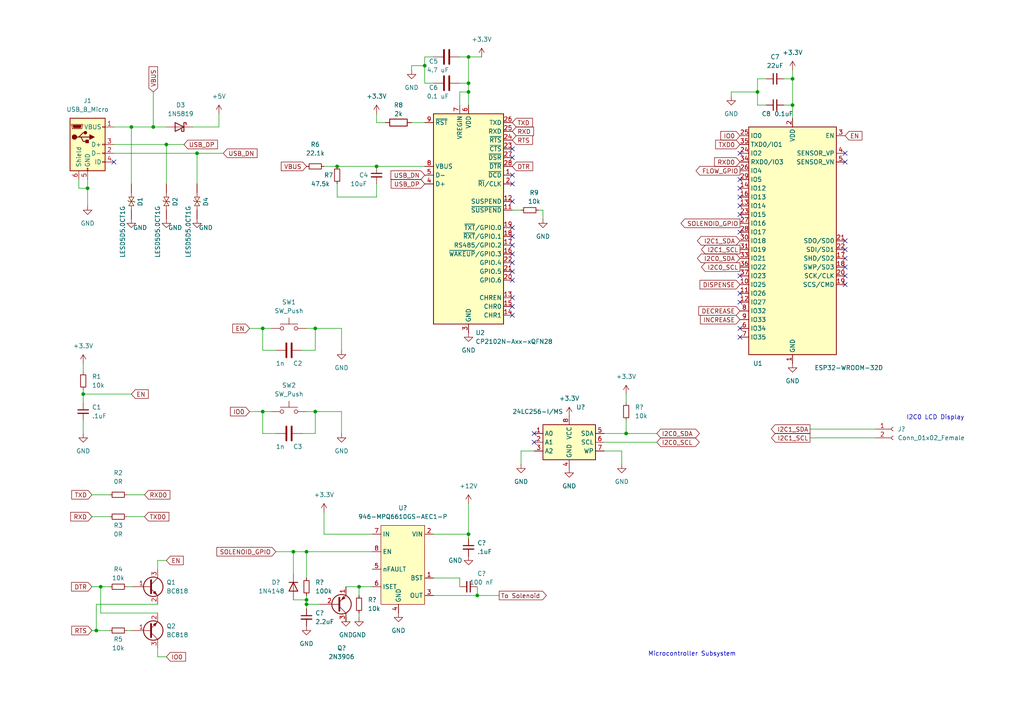
<source format=kicad_sch>
(kicad_sch (version 20211123) (generator eeschema)
  (paper "A4")
  (lib_symbols
    (symbol "Connector:Conn_01x02_Female" (pin_names (offset 1.016) hide)
      (property "Reference" "J" (at 0 2.54 0))
      (property "Value" "Conn_01x02_Female" (at 0 -5.08 0))
      (symbol "Conn_01x02_Female_1_1"
        (arc (start 0 -2.032) (mid -0.508 -2.54) (end 0 -3.048) (stroke (width 0.1524)))
        (polyline (pts (xy -1.27 -2.54) (xy -0.508 -2.54)) (stroke (width 0.1524)))
        (polyline (pts (xy -1.27 0) (xy -0.508 0)) (stroke (width 0.1524)))
        (arc (start 0 0.508) (mid -0.508 0) (end 0 -0.508) (stroke (width 0.1524)))
        (pin passive line (at -5.08 0 0) (length 3.81) (name "Pin_1") (number "1"))
        (pin passive line (at -5.08 -2.54 0) (length 3.81) (name "Pin_2") (number "2"))
      )
    )
    (symbol "Connector:USB_B_Micro" (pin_names (offset 1.016))
      (property "Reference" "J" (at -5.08 11.43 0))
      (property "Value" "USB_B_Micro" (at -5.08 8.89 0))
      (symbol "USB_B_Micro_0_1"
        (rectangle (start -5.08 -7.62) (end 5.08 7.62) (stroke (width 0.254)) (fill (type background)))
        (circle (center -3.81 2.159) (radius 0.635) (stroke (width 0.254)) (fill (type outline)))
        (circle (center -0.635 3.429) (radius 0.381) (stroke (width 0.254)) (fill (type outline)))
        (rectangle (start -0.127 -7.62) (end 0.127 -6.858))
        (polyline (pts (xy -1.905 2.159) (xy 0.635 2.159)) (stroke (width 0.254)))
        (polyline (pts (xy -3.175 2.159) (xy -2.54 2.159) (xy -1.27 3.429) (xy -0.635 3.429)) (stroke (width 0.254)))
        (polyline (pts (xy -2.54 2.159) (xy -1.905 2.159) (xy -1.27 0.889) (xy 0 0.889)) (stroke (width 0.254)))
        (polyline (pts (xy 0.635 2.794) (xy 0.635 1.524) (xy 1.905 2.159) (xy 0.635 2.794)) (stroke (width 0.254)) (fill (type outline)))
        (polyline (pts (xy -4.318 5.588) (xy -1.778 5.588) (xy -2.032 4.826) (xy -4.064 4.826) (xy -4.318 5.588)) (fill (type outline)))
        (polyline (pts (xy -4.699 5.842) (xy -4.699 5.588) (xy -4.445 4.826) (xy -4.445 4.572) (xy -1.651 4.572) (xy -1.651 4.826) (xy -1.397 5.588) (xy -1.397 5.842) (xy -4.699 5.842)))
        (rectangle (start 0.254 1.27) (end -0.508 0.508) (stroke (width 0.254)) (fill (type outline)))
        (rectangle (start 5.08 -5.207) (end 4.318 -4.953))
        (rectangle (start 5.08 -2.667) (end 4.318 -2.413))
        (rectangle (start 5.08 -0.127) (end 4.318 0.127))
        (rectangle (start 5.08 4.953) (end 4.318 5.207))
      )
      (symbol "USB_B_Micro_1_1"
        (pin power_out line (at 7.62 5.08 180) (length 2.54) (name "VBUS") (number "1"))
        (pin bidirectional line (at 7.62 -2.54 180) (length 2.54) (name "D-") (number "2"))
        (pin bidirectional line (at 7.62 0 180) (length 2.54) (name "D+") (number "3"))
        (pin passive line (at 7.62 -5.08 180) (length 2.54) (name "ID") (number "4"))
        (pin power_out line (at 0 -10.16 90) (length 2.54) (name "GND") (number "5"))
        (pin passive line (at -2.54 -10.16 90) (length 2.54) (name "Shield") (number "6"))
      )
    )
    (symbol "Device:C" (pin_numbers hide) (pin_names (offset 0.254))
      (property "Reference" "C" (at 0.635 2.54 0))
      (property "Value" "C" (at 0.635 -2.54 0))
      (symbol "C_0_1"
        (polyline (pts (xy -2.032 -0.762) (xy 2.032 -0.762)) (stroke (width 0.508)))
        (polyline (pts (xy -2.032 0.762) (xy 2.032 0.762)) (stroke (width 0.508)))
      )
      (symbol "C_1_1"
        (pin passive line (at 0 3.81 270) (length 2.794) (name "~") (number "1"))
        (pin passive line (at 0 -3.81 90) (length 2.794) (name "~") (number "2"))
      )
    )
    (symbol "Device:C_Small" (pin_numbers hide) (pin_names (offset 0.254) hide)
      (property "Reference" "C" (at 0.254 1.778 0))
      (property "Value" "C_Small" (at 0.254 -2.032 0))
      (symbol "C_Small_0_1"
        (polyline (pts (xy -1.524 -0.508) (xy 1.524 -0.508)) (stroke (width 0.3302)))
        (polyline (pts (xy -1.524 0.508) (xy 1.524 0.508)) (stroke (width 0.3048)))
      )
      (symbol "C_Small_1_1"
        (pin passive line (at 0 2.54 270) (length 2.032) (name "~") (number "1"))
        (pin passive line (at 0 -2.54 90) (length 2.032) (name "~") (number "2"))
      )
    )
    (symbol "Device:R" (pin_numbers hide) (pin_names (offset 0))
      (property "Reference" "R" (at 2.032 0 90))
      (property "Value" "R" (at 0 0 90))
      (symbol "R_0_1"
        (rectangle (start -1.016 -2.54) (end 1.016 2.54) (stroke (width 0.254)))
      )
      (symbol "R_1_1"
        (pin passive line (at 0 3.81 270) (length 1.27) (name "~") (number "1"))
        (pin passive line (at 0 -3.81 90) (length 1.27) (name "~") (number "2"))
      )
    )
    (symbol "Device:R_Small" (pin_numbers hide) (pin_names (offset 0.254) hide)
      (property "Reference" "R" (at 0.762 0.508 0))
      (property "Value" "R_Small" (at 0.762 -1.016 0))
      (symbol "R_Small_0_1"
        (rectangle (start -0.762 1.778) (end 0.762 -1.778) (stroke (width 0.2032)))
      )
      (symbol "R_Small_1_1"
        (pin passive line (at 0 2.54 270) (length 0.762) (name "~") (number "1"))
        (pin passive line (at 0 -2.54 90) (length 0.762) (name "~") (number "2"))
      )
    )
    (symbol "Diode:1N4148" (pin_numbers hide) (pin_names (offset 1.016) hide)
      (property "Reference" "D" (at 0 2.54 0))
      (property "Value" "1N4148" (at 0 -2.54 0))
      (symbol "1N4148_0_1"
        (polyline (pts (xy -1.27 1.27) (xy -1.27 -1.27)) (stroke (width 0.254)))
        (polyline (pts (xy 1.27 0) (xy -1.27 0)))
        (polyline (pts (xy 1.27 1.27) (xy 1.27 -1.27) (xy -1.27 0) (xy 1.27 1.27)) (stroke (width 0.254)))
      )
      (symbol "1N4148_1_1"
        (pin passive line (at -3.81 0 0) (length 2.54) (name "K") (number "1"))
        (pin passive line (at 3.81 0 180) (length 2.54) (name "A") (number "2"))
      )
    )
    (symbol "Diode:1N5819" (pin_numbers hide) (pin_names (offset 1.016) hide)
      (property "Reference" "D" (at 0 2.54 0))
      (property "Value" "1N5819" (at 0 -2.54 0))
      (symbol "1N5819_0_1"
        (polyline (pts (xy 1.27 0) (xy -1.27 0)))
        (polyline (pts (xy 1.27 1.27) (xy 1.27 -1.27) (xy -1.27 0) (xy 1.27 1.27)) (stroke (width 0.254)))
        (polyline (pts (xy -1.905 0.635) (xy -1.905 1.27) (xy -1.27 1.27) (xy -1.27 -1.27) (xy -0.635 -1.27) (xy -0.635 -0.635)) (stroke (width 0.254)))
      )
      (symbol "1N5819_1_1"
        (pin passive line (at -3.81 0 0) (length 2.54) (name "K") (number "1"))
        (pin passive line (at 3.81 0 180) (length 2.54) (name "A") (number "2"))
      )
    )
    (symbol "Interface_USB:CP2102N-Axx-xQFN28"
      (property "Reference" "U" (at -8.89 31.75 0))
      (property "Value" "CP2102N-Axx-xQFN28" (at 12.7 31.75 0))
      (symbol "CP2102N-Axx-xQFN28_0_1"
        (rectangle (start -10.16 30.48) (end 10.16 -30.48) (stroke (width 0.254)) (fill (type background)))
      )
      (symbol "CP2102N-Axx-xQFN28_1_1"
        (pin input line (at 12.7 12.7 180) (length 2.54) (name "~{DCD}") (number "1"))
        (pin no_connect line (at -10.16 -27.94 0) (length 2.54) hide (name "NC") (number "10"))
        (pin output line (at 12.7 2.54 180) (length 2.54) (name "~{SUSPEND}") (number "11"))
        (pin output line (at 12.7 5.08 180) (length 2.54) (name "SUSPEND") (number "12"))
        (pin output line (at 12.7 -22.86 180) (length 2.54) (name "CHREN") (number "13"))
        (pin output line (at 12.7 -27.94 180) (length 2.54) (name "CHR1") (number "14"))
        (pin output line (at 12.7 -25.4 180) (length 2.54) (name "CHR0") (number "15"))
        (pin bidirectional line (at 12.7 -10.16 180) (length 2.54) (name "~{WAKEUP}/GPIO.3") (number "16"))
        (pin bidirectional line (at 12.7 -7.62 180) (length 2.54) (name "RS485/GPIO.2") (number "17"))
        (pin bidirectional line (at 12.7 -5.08 180) (length 2.54) (name "~{RXT}/GPIO.1") (number "18"))
        (pin bidirectional line (at 12.7 -2.54 180) (length 2.54) (name "~{TXT}/GPIO.0") (number "19"))
        (pin bidirectional line (at 12.7 10.16 180) (length 2.54) (name "~{RI}/CLK") (number "2"))
        (pin bidirectional line (at 12.7 -17.78 180) (length 2.54) (name "GPIO.6") (number "20"))
        (pin bidirectional line (at 12.7 -15.24 180) (length 2.54) (name "GPIO.5") (number "21"))
        (pin bidirectional line (at 12.7 -12.7 180) (length 2.54) (name "GPIO.4") (number "22"))
        (pin input line (at 12.7 20.32 180) (length 2.54) (name "~{CTS}") (number "23"))
        (pin output line (at 12.7 22.86 180) (length 2.54) (name "~{RTS}") (number "24"))
        (pin input line (at 12.7 25.4 180) (length 2.54) (name "RXD") (number "25"))
        (pin output line (at 12.7 27.94 180) (length 2.54) (name "TXD") (number "26"))
        (pin input line (at 12.7 17.78 180) (length 2.54) (name "~{DSR}") (number "27"))
        (pin output line (at 12.7 15.24 180) (length 2.54) (name "~{DTR}") (number "28"))
        (pin passive line (at 0 -33.02 90) (length 2.54) hide (name "GND") (number "29"))
        (pin power_in line (at 0 -33.02 90) (length 2.54) (name "GND") (number "3"))
        (pin bidirectional line (at -12.7 10.16 0) (length 2.54) (name "D+") (number "4"))
        (pin bidirectional line (at -12.7 12.7 0) (length 2.54) (name "D-") (number "5"))
        (pin power_in line (at 0 33.02 270) (length 2.54) (name "VDD") (number "6"))
        (pin power_in line (at -2.54 33.02 270) (length 2.54) (name "VREGIN") (number "7"))
        (pin input line (at -12.7 15.24 0) (length 2.54) (name "VBUS") (number "8"))
        (pin input line (at -12.7 27.94 0) (length 2.54) (name "~{RST}") (number "9"))
      )
    )
    (symbol "LESD5D5.0CT1G:LESD5D5.0CT1G" (pin_numbers hide) (pin_names (offset 1.016) hide)
      (property "Reference" "D" (at -5.08 2.54 0))
      (property "Value" "LESD5D5.0CT1G" (at -5.08 -5.08 0))
      (symbol "LESD5D5.0CT1G_0_0"
        (polyline (pts (xy -1.27 0) (xy -2.54 0)) (stroke (width 0.1524)))
        (polyline (pts (xy 0 -0.762) (xy -0.254 -1.016)) (stroke (width 0.1524)))
        (polyline (pts (xy 0 -0.762) (xy 0 0.762)) (stroke (width 0.1524)))
        (polyline (pts (xy 0 0.762) (xy 0.254 1.016)) (stroke (width 0.1524)))
        (polyline (pts (xy 1.27 0) (xy 2.54 0)) (stroke (width 0.1524)))
        (polyline (pts (xy 0 0) (xy -1.27 -0.762) (xy -1.27 0.762) (xy 0 0)) (stroke (width 0.1524)) (fill (type background)))
        (polyline (pts (xy 0 0) (xy 1.27 0.762) (xy 1.27 -0.762) (xy 0 0)) (stroke (width 0.1524)) (fill (type background)))
        (pin passive line (at -5.08 0 0) (length 2.54) (name "~") (number "1"))
        (pin passive line (at 5.08 0 180) (length 2.54) (name "~") (number "2"))
      )
    )
    (symbol "Memory_EEPROM:24LC256"
      (property "Reference" "U" (at -6.35 6.35 0))
      (property "Value" "24LC256" (at 1.27 6.35 0))
      (symbol "24LC256_1_1"
        (rectangle (start -7.62 5.08) (end 7.62 -5.08) (stroke (width 0.254)) (fill (type background)))
        (pin input line (at -10.16 2.54 0) (length 2.54) (name "A0") (number "1"))
        (pin input line (at -10.16 0 0) (length 2.54) (name "A1") (number "2"))
        (pin input line (at -10.16 -2.54 0) (length 2.54) (name "A2") (number "3"))
        (pin power_in line (at 0 -7.62 90) (length 2.54) (name "GND") (number "4"))
        (pin bidirectional line (at 10.16 2.54 180) (length 2.54) (name "SDA") (number "5"))
        (pin input line (at 10.16 0 180) (length 2.54) (name "SCL") (number "6"))
        (pin input line (at 10.16 -2.54 180) (length 2.54) (name "WP") (number "7"))
        (pin power_in line (at 0 7.62 270) (length 2.54) (name "VCC") (number "8"))
      )
    )
    (symbol "Motor:946-MPQ6610GS-AEC1-P"
      (property "Reference" "U" (at -2.54 17.78 0))
      (property "Value" "946-MPQ6610GS-AEC1-P" (at 0 15.24 0))
      (symbol "946-MPQ6610GS-AEC1-P_0_1"
        (rectangle (start -7.62 12.7) (end 5.08 -10.16) (fill (type background)))
      )
      (symbol "946-MPQ6610GS-AEC1-P_1_1"
        (pin output line (at 7.62 -2.54 180) (length 2.54) (name "BST") (number "1"))
        (pin output line (at 7.62 10.16 180) (length 2.54) (name "VIN") (number "2"))
        (pin output line (at 7.62 -7.62 180) (length 2.54) (name "OUT") (number "3"))
        (pin input line (at -2.54 -12.7 90) (length 2.54) (name "GND") (number "4"))
        (pin open_collector line (at -10.16 0 0) (length 2.54) (name "nFAULT") (number "5"))
        (pin output line (at -10.16 -5.08 0) (length 2.54) (name "ISET") (number "6"))
        (pin input line (at -10.16 10.16 0) (length 2.54) (name "IN") (number "7"))
        (pin input line (at -10.16 5.08 0) (length 2.54) (name "EN") (number "8"))
      )
    )
    (symbol "RF_Module:ESP32-WROOM-32D"
      (property "Reference" "U" (at -12.7 34.29 0))
      (property "Value" "ESP32-WROOM-32D" (at 1.27 34.29 0))
      (symbol "ESP32-WROOM-32D_0_1"
        (rectangle (start -12.7 33.02) (end 12.7 -33.02) (stroke (width 0.254)) (fill (type background)))
      )
      (symbol "ESP32-WROOM-32D_1_1"
        (pin power_in line (at 0 -35.56 90) (length 2.54) (name "GND") (number "1"))
        (pin bidirectional line (at 15.24 -12.7 180) (length 2.54) (name "IO25") (number "10"))
        (pin bidirectional line (at 15.24 -15.24 180) (length 2.54) (name "IO26") (number "11"))
        (pin bidirectional line (at 15.24 -17.78 180) (length 2.54) (name "IO27") (number "12"))
        (pin bidirectional line (at 15.24 10.16 180) (length 2.54) (name "IO14") (number "13"))
        (pin bidirectional line (at 15.24 15.24 180) (length 2.54) (name "IO12") (number "14"))
        (pin passive line (at 0 -35.56 90) (length 2.54) hide (name "GND") (number "15"))
        (pin bidirectional line (at 15.24 12.7 180) (length 2.54) (name "IO13") (number "16"))
        (pin bidirectional line (at -15.24 -5.08 0) (length 2.54) (name "SHD/SD2") (number "17"))
        (pin bidirectional line (at -15.24 -7.62 0) (length 2.54) (name "SWP/SD3") (number "18"))
        (pin bidirectional line (at -15.24 -12.7 0) (length 2.54) (name "SCS/CMD") (number "19"))
        (pin power_in line (at 0 35.56 270) (length 2.54) (name "VDD") (number "2"))
        (pin bidirectional line (at -15.24 -10.16 0) (length 2.54) (name "SCK/CLK") (number "20"))
        (pin bidirectional line (at -15.24 0 0) (length 2.54) (name "SDO/SD0") (number "21"))
        (pin bidirectional line (at -15.24 -2.54 0) (length 2.54) (name "SDI/SD1") (number "22"))
        (pin bidirectional line (at 15.24 7.62 180) (length 2.54) (name "IO15") (number "23"))
        (pin bidirectional line (at 15.24 25.4 180) (length 2.54) (name "IO2") (number "24"))
        (pin bidirectional line (at 15.24 30.48 180) (length 2.54) (name "IO0") (number "25"))
        (pin bidirectional line (at 15.24 20.32 180) (length 2.54) (name "IO4") (number "26"))
        (pin bidirectional line (at 15.24 5.08 180) (length 2.54) (name "IO16") (number "27"))
        (pin bidirectional line (at 15.24 2.54 180) (length 2.54) (name "IO17") (number "28"))
        (pin bidirectional line (at 15.24 17.78 180) (length 2.54) (name "IO5") (number "29"))
        (pin input line (at -15.24 30.48 0) (length 2.54) (name "EN") (number "3"))
        (pin bidirectional line (at 15.24 0 180) (length 2.54) (name "IO18") (number "30"))
        (pin bidirectional line (at 15.24 -2.54 180) (length 2.54) (name "IO19") (number "31"))
        (pin no_connect line (at -12.7 -27.94 0) (length 2.54) hide (name "NC") (number "32"))
        (pin bidirectional line (at 15.24 -5.08 180) (length 2.54) (name "IO21") (number "33"))
        (pin bidirectional line (at 15.24 22.86 180) (length 2.54) (name "RXD0/IO3") (number "34"))
        (pin bidirectional line (at 15.24 27.94 180) (length 2.54) (name "TXD0/IO1") (number "35"))
        (pin bidirectional line (at 15.24 -7.62 180) (length 2.54) (name "IO22") (number "36"))
        (pin bidirectional line (at 15.24 -10.16 180) (length 2.54) (name "IO23") (number "37"))
        (pin passive line (at 0 -35.56 90) (length 2.54) hide (name "GND") (number "38"))
        (pin passive line (at 0 -35.56 90) (length 2.54) hide (name "GND") (number "39"))
        (pin input line (at -15.24 25.4 0) (length 2.54) (name "SENSOR_VP") (number "4"))
        (pin input line (at -15.24 22.86 0) (length 2.54) (name "SENSOR_VN") (number "5"))
        (pin input line (at 15.24 -25.4 180) (length 2.54) (name "IO34") (number "6"))
        (pin input line (at 15.24 -27.94 180) (length 2.54) (name "IO35") (number "7"))
        (pin bidirectional line (at 15.24 -20.32 180) (length 2.54) (name "IO32") (number "8"))
        (pin bidirectional line (at 15.24 -22.86 180) (length 2.54) (name "IO33") (number "9"))
      )
    )
    (symbol "Switch:SW_Push" (pin_numbers hide) (pin_names (offset 1.016) hide)
      (property "Reference" "SW" (at 1.27 2.54 0))
      (property "Value" "SW_Push" (at 0 -1.524 0))
      (symbol "SW_Push_0_1"
        (circle (center -2.032 0) (radius 0.508))
        (polyline (pts (xy 0 1.27) (xy 0 3.048)))
        (polyline (pts (xy 2.54 1.27) (xy -2.54 1.27)))
        (circle (center 2.032 0) (radius 0.508))
        (pin passive line (at -5.08 0 0) (length 2.54) (name "1") (number "1"))
        (pin passive line (at 5.08 0 180) (length 2.54) (name "2") (number "2"))
      )
    )
    (symbol "Transistor_BJT:2N3906" (pin_names (offset 0) hide)
      (property "Reference" "Q" (at 5.08 1.905 0))
      (property "Value" "2N3906" (at 5.08 0 0))
      (symbol "2N3906_0_1"
        (polyline (pts (xy 0.635 0.635) (xy 2.54 2.54)))
        (polyline (pts (xy 0.635 -0.635) (xy 2.54 -2.54) (xy 2.54 -2.54)))
        (polyline (pts (xy 0.635 1.905) (xy 0.635 -1.905) (xy 0.635 -1.905)) (stroke (width 0.508)))
        (polyline (pts (xy 2.286 -1.778) (xy 1.778 -2.286) (xy 1.27 -1.27) (xy 2.286 -1.778) (xy 2.286 -1.778)) (fill (type outline)))
        (circle (center 1.27 0) (radius 2.8194) (stroke (width 0.254)))
      )
      (symbol "2N3906_1_1"
        (pin passive line (at 2.54 -5.08 90) (length 2.54) (name "E") (number "1"))
        (pin input line (at -5.08 0 0) (length 5.715) (name "B") (number "2"))
        (pin passive line (at 2.54 5.08 270) (length 2.54) (name "C") (number "3"))
      )
    )
    (symbol "Transistor_BJT:BC818" (pin_names (offset 0) hide)
      (property "Reference" "Q" (at 5.08 1.905 0))
      (property "Value" "BC818" (at 5.08 0 0))
      (symbol "BC818_0_1"
        (polyline (pts (xy 0.635 0.635) (xy 2.54 2.54)))
        (polyline (pts (xy 0.635 -0.635) (xy 2.54 -2.54) (xy 2.54 -2.54)))
        (polyline (pts (xy 0.635 1.905) (xy 0.635 -1.905) (xy 0.635 -1.905)) (stroke (width 0.508)))
        (polyline (pts (xy 1.27 -1.778) (xy 1.778 -1.27) (xy 2.286 -2.286) (xy 1.27 -1.778) (xy 1.27 -1.778)) (fill (type outline)))
        (circle (center 1.27 0) (radius 2.8194) (stroke (width 0.254)))
      )
      (symbol "BC818_1_1"
        (pin input line (at -5.08 0 0) (length 5.715) (name "B") (number "1"))
        (pin passive line (at 2.54 -5.08 90) (length 2.54) (name "E") (number "2"))
        (pin passive line (at 2.54 5.08 270) (length 2.54) (name "C") (number "3"))
      )
    )
    (symbol "power:+12V" (power) (pin_names (offset 0))
      (property "Value" "+12V" (at 0 3.556 0))
      (symbol "+12V_0_1"
        (polyline (pts (xy -0.762 1.27) (xy 0 2.54)))
        (polyline (pts (xy 0 0) (xy 0 2.54)))
        (polyline (pts (xy 0 2.54) (xy 0.762 1.27)))
      )
      (symbol "+12V_1_1"
        (pin power_in line (at 0 0 90) (length 0) hide (name "+12V") (number "1"))
      )
    )
    (symbol "power:+3.3V" (power) (pin_names (offset 0))
      (property "Value" "+3.3V" (at 0 3.556 0))
      (symbol "+3.3V_0_1"
        (polyline (pts (xy -0.762 1.27) (xy 0 2.54)))
        (polyline (pts (xy 0 0) (xy 0 2.54)))
        (polyline (pts (xy 0 2.54) (xy 0.762 1.27)))
      )
      (symbol "+3.3V_1_1"
        (pin power_in line (at 0 0 90) (length 0) hide (name "+3.3V") (number "1"))
      )
    )
    (symbol "power:+5V" (power) (pin_names (offset 0))
      (property "Value" "+5V" (at 0 3.556 0))
      (symbol "+5V_0_1"
        (polyline (pts (xy -0.762 1.27) (xy 0 2.54)))
        (polyline (pts (xy 0 0) (xy 0 2.54)))
        (polyline (pts (xy 0 2.54) (xy 0.762 1.27)))
      )
      (symbol "+5V_1_1"
        (pin power_in line (at 0 0 90) (length 0) hide (name "+5V") (number "1"))
      )
    )
    (symbol "power:GND" (power) (pin_names (offset 0))
      (property "Value" "GND" (at 0 -3.81 0))
      (symbol "GND_0_1"
        (polyline (pts (xy 0 0) (xy 0 -1.27) (xy 1.27 -1.27) (xy 0 -2.54) (xy -1.27 -1.27) (xy 0 -1.27)))
      )
      (symbol "GND_1_1"
        (pin power_in line (at 0 0 270) (length 0) hide (name "GND") (number "1"))
      )
    )
  )
  (junction (at 135.89 26.67))
  (junction (at 229.87 22.86))
  (junction (at 229.87 30.48))
  (junction (at 97.79 48.26))
  (junction (at 76.2 119.38))
  (junction (at 181.61 125.73))
  (junction (at 85.09 160.02))
  (junction (at 38.1 36.83))
  (junction (at 44.45 36.83))
  (junction (at 76.2 95.25))
  (junction (at 91.44 95.25))
  (junction (at 123.19 19.05))
  (junction (at 88.9 160.02))
  (junction (at 135.89 154.94))
  (junction (at 91.44 119.38))
  (junction (at 88.9 175.26))
  (junction (at 27.94 182.88))
  (junction (at 29.21 170.18))
  (junction (at 138.43 172.72))
  (junction (at 88.9 173.99))
  (junction (at 135.89 24.13))
  (junction (at 57.15 44.45))
  (junction (at 219.71 26.67))
  (junction (at 48.26 41.91))
  (junction (at 24.13 114.3))
  (junction (at 104.14 170.18))
  (junction (at 135.89 16.51))
  (junction (at 109.22 48.26))
  (junction (at 25.4 54.61))
  (no_connect (at 245.11 69.85))
  (no_connect (at 245.11 72.39))
  (no_connect (at 245.11 77.47))
  (no_connect (at 245.11 82.55))
  (no_connect (at 245.11 80.01))
  (no_connect (at 245.11 74.93))
  (no_connect (at 214.63 97.79))
  (no_connect (at 154.94 128.27))
  (no_connect (at 154.94 125.73))
  (no_connect (at 33.02 46.99))
  (no_connect (at 148.59 43.18))
  (no_connect (at 148.59 45.72))
  (no_connect (at 214.63 95.25))
  (no_connect (at 148.59 53.34))
  (no_connect (at 148.59 50.8))
  (no_connect (at 214.63 44.45))
  (no_connect (at 214.63 52.07))
  (no_connect (at 214.63 57.15))
  (no_connect (at 214.63 54.61))
  (no_connect (at 214.63 87.63))
  (no_connect (at 214.63 85.09))
  (no_connect (at 214.63 80.01))
  (no_connect (at 214.63 59.69))
  (no_connect (at 214.63 62.23))
  (no_connect (at 214.63 67.31))
  (no_connect (at 245.11 46.99))
  (no_connect (at 245.11 44.45))
  (no_connect (at 148.59 81.28))
  (no_connect (at 148.59 78.74))
  (no_connect (at 148.59 76.2))
  (no_connect (at 148.59 86.36))
  (no_connect (at 148.59 91.44))
  (no_connect (at 148.59 88.9))
  (no_connect (at 148.59 73.66))
  (no_connect (at 148.59 71.12))
  (no_connect (at 148.59 68.58))
  (no_connect (at 148.59 66.04))
  (no_connect (at 148.59 58.42))
  (wire (pts (xy 85.09 160.02) (xy 85.09 166.37)))
  (wire (pts (xy 88.9 175.26) (xy 88.9 176.53)))
  (wire (pts (xy 63.5 33.02) (xy 63.5 36.83)))
  (wire (pts (xy 88.9 175.26) (xy 92.71 175.26)))
  (wire (pts (xy 135.89 146.05) (xy 135.89 154.94)))
  (wire (pts (xy 24.13 121.92) (xy 24.13 125.73)))
  (wire (pts (xy 133.35 167.64) (xy 133.35 170.18)))
  (wire (pts (xy 99.06 119.38) (xy 99.06 125.73)))
  (wire (pts (xy 36.83 182.88) (xy 38.1 182.88)))
  (wire (pts (xy 36.83 170.18) (xy 38.1 170.18)))
  (wire (pts (xy 24.13 114.3) (xy 24.13 116.84)))
  (wire (pts (xy 24.13 113.03) (xy 24.13 114.3)))
  (wire (pts (xy 33.02 36.83) (xy 38.1 36.83)))
  (wire (pts (xy 26.67 143.51) (xy 31.75 143.51)))
  (wire (pts (xy 123.19 19.05) (xy 119.38 19.05)))
  (wire (pts (xy 33.02 44.45) (xy 57.15 44.45)))
  (wire (pts (xy 125.73 154.94) (xy 135.89 154.94)))
  (wire (pts (xy 97.79 57.15) (xy 109.22 57.15)))
  (wire (pts (xy 181.61 125.73) (xy 175.26 125.73)))
  (wire (pts (xy 85.09 173.99) (xy 88.9 173.99)))
  (wire (pts (xy 133.35 30.48) (xy 133.35 26.67)))
  (wire (pts (xy 180.34 130.81) (xy 180.34 134.62)))
  (wire (pts (xy 45.72 190.5) (xy 48.26 190.5)))
  (wire (pts (xy 22.86 54.61) (xy 22.86 52.07)))
  (wire (pts (xy 88.9 160.02) (xy 107.95 160.02)))
  (wire (pts (xy 25.4 52.07) (xy 25.4 54.61)))
  (wire (pts (xy 88.9 160.02) (xy 88.9 167.64)))
  (wire (pts (xy 123.19 16.51) (xy 123.19 19.05)))
  (wire (pts (xy 45.72 162.56) (xy 48.26 162.56)))
  (wire (pts (xy 123.19 19.05) (xy 123.19 24.13)))
  (wire (pts (xy 227.33 30.48) (xy 229.87 30.48)))
  (wire (pts (xy 91.44 95.25) (xy 99.06 95.25)))
  (wire (pts (xy 181.61 114.3) (xy 181.61 116.84)))
  (wire (pts (xy 107.95 154.94) (xy 93.98 154.94)))
  (wire (pts (xy 109.22 48.26) (xy 123.19 48.26)))
  (wire (pts (xy 36.83 143.51) (xy 41.91 143.51)))
  (wire (pts (xy 29.21 177.8) (xy 45.72 177.8)))
  (wire (pts (xy 133.35 24.13) (xy 135.89 24.13)))
  (wire (pts (xy 212.09 26.67) (xy 212.09 27.94)))
  (wire (pts (xy 72.39 95.25) (xy 76.2 95.25)))
  (wire (pts (xy 219.71 30.48) (xy 222.25 30.48)))
  (wire (pts (xy 104.14 170.18) (xy 107.95 170.18)))
  (wire (pts (xy 76.2 95.25) (xy 78.74 95.25)))
  (wire (pts (xy 76.2 95.25) (xy 76.2 101.6)))
  (wire (pts (xy 80.01 160.02) (xy 85.09 160.02)))
  (wire (pts (xy 88.9 173.99) (xy 88.9 175.26)))
  (wire (pts (xy 109.22 33.02) (xy 109.22 35.56)))
  (wire (pts (xy 72.39 119.38) (xy 76.2 119.38)))
  (wire (pts (xy 111.76 35.56) (xy 109.22 35.56)))
  (wire (pts (xy 27.94 182.88) (xy 31.75 182.88)))
  (wire (pts (xy 91.44 119.38) (xy 91.44 125.73)))
  (wire (pts (xy 87.63 125.73) (xy 91.44 125.73)))
  (wire (pts (xy 135.89 26.67) (xy 135.89 30.48)))
  (wire (pts (xy 26.67 149.86) (xy 31.75 149.86)))
  (wire (pts (xy 76.2 119.38) (xy 78.74 119.38)))
  (wire (pts (xy 219.71 22.86) (xy 219.71 26.67)))
  (wire (pts (xy 26.67 182.88) (xy 27.94 182.88)))
  (wire (pts (xy 133.35 26.67) (xy 135.89 26.67)))
  (wire (pts (xy 156.21 60.96) (xy 157.48 60.96)))
  (wire (pts (xy 33.02 41.91) (xy 48.26 41.91)))
  (wire (pts (xy 36.83 149.86) (xy 41.91 149.86)))
  (wire (pts (xy 229.87 34.29) (xy 229.87 30.48)))
  (wire (pts (xy 29.21 170.18) (xy 31.75 170.18)))
  (wire (pts (xy 44.45 36.83) (xy 48.26 36.83)))
  (wire (pts (xy 45.72 165.1) (xy 45.72 162.56)))
  (wire (pts (xy 181.61 125.73) (xy 190.5 125.73)))
  (wire (pts (xy 229.87 20.32) (xy 229.87 22.86)))
  (wire (pts (xy 99.06 95.25) (xy 99.06 101.6)))
  (wire (pts (xy 104.14 177.8) (xy 104.14 179.07)))
  (wire (pts (xy 138.43 172.72) (xy 144.78 172.72)))
  (wire (pts (xy 88.9 119.38) (xy 91.44 119.38)))
  (wire (pts (xy 55.88 36.83) (xy 63.5 36.83)))
  (wire (pts (xy 219.71 26.67) (xy 212.09 26.67)))
  (wire (pts (xy 219.71 26.67) (xy 219.71 30.48)))
  (wire (pts (xy 80.01 101.6) (xy 76.2 101.6)))
  (wire (pts (xy 45.72 175.26) (xy 27.94 175.26)))
  (wire (pts (xy 80.01 125.73) (xy 76.2 125.73)))
  (wire (pts (xy 100.33 170.18) (xy 104.14 170.18)))
  (wire (pts (xy 97.79 53.34) (xy 97.79 57.15)))
  (wire (pts (xy 135.89 26.67) (xy 135.89 24.13)))
  (wire (pts (xy 222.25 22.86) (xy 219.71 22.86)))
  (wire (pts (xy 45.72 187.96) (xy 45.72 190.5)))
  (wire (pts (xy 100.33 180.34) (xy 100.33 179.07)))
  (wire (pts (xy 57.15 44.45) (xy 57.15 53.34)))
  (wire (pts (xy 85.09 160.02) (xy 88.9 160.02)))
  (wire (pts (xy 119.38 19.05) (xy 119.38 20.32)))
  (wire (pts (xy 125.73 167.64) (xy 133.35 167.64)))
  (wire (pts (xy 135.89 16.51) (xy 139.7 16.51)))
  (wire (pts (xy 93.98 148.59) (xy 93.98 154.94)))
  (wire (pts (xy 234.95 124.46) (xy 254 124.46)))
  (wire (pts (xy 135.89 16.51) (xy 135.89 24.13)))
  (wire (pts (xy 29.21 170.18) (xy 29.21 177.8)))
  (wire (pts (xy 44.45 26.67) (xy 44.45 36.83)))
  (wire (pts (xy 91.44 119.38) (xy 99.06 119.38)))
  (wire (pts (xy 234.95 127) (xy 254 127)))
  (wire (pts (xy 109.22 53.34) (xy 109.22 57.15)))
  (wire (pts (xy 148.59 60.96) (xy 151.13 60.96)))
  (wire (pts (xy 151.13 130.81) (xy 151.13 134.62)))
  (wire (pts (xy 38.1 36.83) (xy 38.1 53.34)))
  (wire (pts (xy 48.26 41.91) (xy 53.34 41.91)))
  (wire (pts (xy 123.19 24.13) (xy 125.73 24.13)))
  (wire (pts (xy 154.94 130.81) (xy 151.13 130.81)))
  (wire (pts (xy 91.44 95.25) (xy 91.44 101.6)))
  (wire (pts (xy 88.9 95.25) (xy 91.44 95.25)))
  (wire (pts (xy 135.89 154.94) (xy 135.89 156.21)))
  (wire (pts (xy 27.94 175.26) (xy 27.94 182.88)))
  (wire (pts (xy 104.14 170.18) (xy 104.14 172.72)))
  (wire (pts (xy 25.4 54.61) (xy 22.86 54.61)))
  (wire (pts (xy 119.38 35.56) (xy 123.19 35.56)))
  (wire (pts (xy 38.1 36.83) (xy 44.45 36.83)))
  (wire (pts (xy 227.33 22.86) (xy 229.87 22.86)))
  (wire (pts (xy 229.87 30.48) (xy 229.87 22.86)))
  (wire (pts (xy 97.79 48.26) (xy 109.22 48.26)))
  (wire (pts (xy 48.26 41.91) (xy 48.26 53.34)))
  (wire (pts (xy 57.15 44.45) (xy 64.77 44.45)))
  (wire (pts (xy 25.4 54.61) (xy 25.4 59.69)))
  (wire (pts (xy 76.2 119.38) (xy 76.2 125.73)))
  (wire (pts (xy 26.67 170.18) (xy 29.21 170.18)))
  (wire (pts (xy 88.9 173.99) (xy 88.9 172.72)))
  (wire (pts (xy 24.13 114.3) (xy 38.1 114.3)))
  (wire (pts (xy 175.26 130.81) (xy 180.34 130.81)))
  (wire (pts (xy 93.98 48.26) (xy 97.79 48.26)))
  (wire (pts (xy 125.73 172.72) (xy 138.43 172.72)))
  (wire (pts (xy 138.43 170.18) (xy 138.43 172.72)))
  (wire (pts (xy 133.35 16.51) (xy 135.89 16.51)))
  (wire (pts (xy 24.13 105.41) (xy 24.13 107.95)))
  (wire (pts (xy 157.48 60.96) (xy 157.48 63.5)))
  (wire (pts (xy 125.73 16.51) (xy 123.19 16.51)))
  (wire (pts (xy 87.63 101.6) (xy 91.44 101.6)))
  (wire (pts (xy 175.26 128.27) (xy 190.5 128.27)))
  (wire (pts (xy 181.61 121.92) (xy 181.61 125.73)))
  (text "Microcontroller Subsystem" (at 187.96 190.5 0) (effects (font (size 1.27 1.27)) (justify left bottom)))
  (text "I2C0 LCD Display" (at 262.89 121.92 0) (effects (font (size 1.27 1.27)) (justify left bottom)))
  (global_label "EN" (shape input) (at 38.1 114.3 0) (property "Intersheet References" "${INTERSHEET_REFS}" (effects hide)))
  (global_label "I2C0_SDA" (shape bidirectional) (at 190.5 125.73 0) (property "Intersheet References" "${INTERSHEET_REFS}" (effects hide)))
  (global_label "FLOW_GPIO" (shape output) (at 214.63 49.53 180) (property "Intersheet References" "${INTERSHEET_REFS}" (effects hide)))
  (global_label "TXD" (shape input) (at 148.59 35.56 0) (property "Intersheet References" "${INTERSHEET_REFS}" (effects hide)))
  (global_label "IO0" (shape input) (at 48.26 190.5 0) (property "Intersheet References" "${INTERSHEET_REFS}" (effects hide)))
  (global_label "I2C1_SDA" (shape bidirectional) (at 214.63 69.85 180) (property "Intersheet References" "${INTERSHEET_REFS}" (effects hide)))
  (global_label "I2C0_SCL" (shape output) (at 214.63 77.47 180) (property "Intersheet References" "${INTERSHEET_REFS}" (effects hide)))
  (global_label "DISPENSE" (shape input) (at 214.63 82.55 180) (property "Intersheet References" "${INTERSHEET_REFS}" (effects hide)))
  (global_label "VBUS" (shape input) (at 44.45 26.67 90) (property "Intersheet References" "${INTERSHEET_REFS}" (effects hide)))
  (global_label "TXD0" (shape input) (at 214.63 41.91 180) (property "Intersheet References" "${INTERSHEET_REFS}" (effects hide)))
  (global_label "IO0" (shape input) (at 72.39 119.38 180) (property "Intersheet References" "${INTERSHEET_REFS}" (effects hide)))
  (global_label "EN" (shape input) (at 245.11 39.37 0) (property "Intersheet References" "${INTERSHEET_REFS}" (effects hide)))
  (global_label "RTS" (shape input) (at 148.59 40.64 0) (property "Intersheet References" "${INTERSHEET_REFS}" (effects hide)))
  (global_label "USB_DN" (shape input) (at 64.77 44.45 0) (property "Intersheet References" "${INTERSHEET_REFS}" (effects hide)))
  (global_label "IO0" (shape input) (at 214.63 39.37 180) (property "Intersheet References" "${INTERSHEET_REFS}" (effects hide)))
  (global_label "EN" (shape input) (at 72.39 95.25 180) (property "Intersheet References" "${INTERSHEET_REFS}" (effects hide)))
  (global_label "I2C1_SCL" (shape output) (at 234.95 127 180) (property "Intersheet References" "${INTERSHEET_REFS}" (effects hide)))
  (global_label "To Solenoid" (shape output) (at 144.78 172.72 0) (property "Intersheet References" "${INTERSHEET_REFS}" (effects hide)))
  (global_label "INCREASE" (shape input) (at 214.63 92.71 180) (property "Intersheet References" "${INTERSHEET_REFS}" (effects hide)))
  (global_label "USB_DP" (shape input) (at 123.19 53.34 180) (property "Intersheet References" "${INTERSHEET_REFS}" (effects hide)))
  (global_label "RXD0" (shape input) (at 214.63 46.99 180) (property "Intersheet References" "${INTERSHEET_REFS}" (effects hide)))
  (global_label "I2C0_SDA" (shape bidirectional) (at 214.63 74.93 180) (property "Intersheet References" "${INTERSHEET_REFS}" (effects hide)))
  (global_label "RXD0" (shape input) (at 41.91 143.51 0) (property "Intersheet References" "${INTERSHEET_REFS}" (effects hide)))
  (global_label "DTR" (shape input) (at 148.59 48.26 0) (property "Intersheet References" "${INTERSHEET_REFS}" (effects hide)))
  (global_label "USB_DP" (shape input) (at 53.34 41.91 0) (property "Intersheet References" "${INTERSHEET_REFS}" (effects hide)))
  (global_label "DTR" (shape input) (at 26.67 170.18 180) (property "Intersheet References" "${INTERSHEET_REFS}" (effects hide)))
  (global_label "EN" (shape input) (at 48.26 162.56 0) (property "Intersheet References" "${INTERSHEET_REFS}" (effects hide)))
  (global_label "TXD" (shape input) (at 26.67 143.51 180) (property "Intersheet References" "${INTERSHEET_REFS}" (effects hide)))
  (global_label "DECREASE" (shape input) (at 214.63 90.17 180) (property "Intersheet References" "${INTERSHEET_REFS}" (effects hide)))
  (global_label "VBUS" (shape input) (at 88.9 48.26 180) (property "Intersheet References" "${INTERSHEET_REFS}" (effects hide)))
  (global_label "I2C1_SDA" (shape output) (at 234.95 124.46 180) (property "Intersheet References" "${INTERSHEET_REFS}" (effects hide)))
  (global_label "RTS" (shape input) (at 26.67 182.88 180) (property "Intersheet References" "${INTERSHEET_REFS}" (effects hide)))
  (global_label "SOLENOID_GPIO" (shape input) (at 80.01 160.02 180) (property "Intersheet References" "${INTERSHEET_REFS}" (effects hide)))
  (global_label "I2C1_SCL" (shape output) (at 214.63 72.39 180) (property "Intersheet References" "${INTERSHEET_REFS}" (effects hide)))
  (global_label "RXD" (shape input) (at 26.67 149.86 180) (property "Intersheet References" "${INTERSHEET_REFS}" (effects hide)))
  (global_label "SOLENOID_GPIO" (shape output) (at 214.63 64.77 180) (property "Intersheet References" "${INTERSHEET_REFS}" (effects hide)))
  (global_label "RXD" (shape input) (at 148.59 38.1 0) (property "Intersheet References" "${INTERSHEET_REFS}" (effects hide)))
  (global_label "TXD0" (shape input) (at 41.91 149.86 0) (property "Intersheet References" "${INTERSHEET_REFS}" (effects hide)))
  (global_label "USB_DN" (shape input) (at 123.19 50.8 180) (property "Intersheet References" "${INTERSHEET_REFS}" (effects hide)))
  (global_label "I2C0_SCL" (shape bidirectional) (at 190.5 128.27 0) (property "Intersheet References" "${INTERSHEET_REFS}" (effects hide)))
  (symbol (lib_id "power:+3.3V") (at 139.7 16.51 0) (unit 1)
    (property "Reference" "#PWR?" (effects hide))
    (property "Value" "+3.3V" (at 139.7 11.43 0))
  )
  (symbol (lib_id "Device:R_Small") (at 34.29 182.88 90) (unit 1)
    (property "Reference" "R5" (at 34.29 185.42 90))
    (property "Value" "10k" (at 34.29 187.96 90))
    (property "Footprint" "Resistor_SMD:R_0603_1608Metric_Pad0.98x0.95mm_HandSolder" (effects hide))
  )
  (symbol (lib_id "power:GND") (at 104.14 179.07 0) (unit 1)
    (property "Reference" "#PWR?" (effects hide))
    (property "Value" "GND" (at 104.14 184.15 0))
  )
  (symbol (lib_id "Device:C_Small") (at 135.89 170.18 270) (unit 1)
    (property "Reference" "C?" (at 139.7 166.37 90))
    (property "Value" "100 nF" (at 139.7 168.91 90))
  )
  (symbol (lib_id "Memory_EEPROM:24LC256") (at 165.1 128.27 0) (unit 1)
    (property "Reference" "U?" (at 167.1194 118.11 0) (effects (justify left)))
    (property "Value" "24LC256-I/MS" (at 148.59 119.38 0) (effects (justify left)))
    (property "Datasheet" "http://ww1.microchip.com/downloads/en/devicedoc/21203m.pdf" (effects hide))
  )
  (symbol (lib_id "Device:C_Small") (at 88.9 179.07 0) (unit 1)
    (property "Reference" "C?" (at 91.44 177.8062 0) (effects (justify left)))
    (property "Value" "2.2uF" (at 91.44 180.3462 0) (effects (justify left)))
  )
  (symbol (lib_id "power:+3.3V") (at 181.61 114.3 0) (unit 1)
    (property "Reference" "#PWR?" (effects hide))
    (property "Value" "+3.3V" (at 181.61 109.22 0))
  )
  (symbol (lib_id "Motor:946-MPQ6610GS-AEC1-P") (at 118.11 165.1 0) (unit 1)
    (property "Reference" "U?" (at 116.84 147.32 0))
    (property "Value" "946-MPQ6610GS-AEC1-P" (at 116.84 149.86 0))
  )
  (symbol (lib_id "Connector:Conn_01x02_Female") (at 259.08 124.46 0) (unit 1)
    (property "Reference" "J?" (at 260.35 124.4599 0) (effects (justify left)))
    (property "Value" "Conn_01x02_Female" (at 260.35 126.9999 0) (effects (justify left)))
  )
  (symbol (lib_id "power:GND") (at 115.57 177.8 0) (unit 1)
    (property "Reference" "#PWR?" (effects hide))
    (property "Value" "GND" (at 115.57 182.88 0))
  )
  (symbol (lib_id "Device:C") (at 129.54 16.51 90) (unit 1)
    (property "Reference" "C5" (at 125.73 17.78 90))
    (property "Value" "4.7 uF" (at 127 20.32 90))
    (property "Footprint" "Capacitor_SMD:C_0603_1608Metric_Pad1.08x0.95mm_HandSolder" (effects hide))
  )
  (symbol (lib_id "power:GND") (at 180.34 134.62 0) (unit 1)
    (property "Reference" "#PWR?" (effects hide))
    (property "Value" "GND" (at 180.34 139.7 0))
  )
  (symbol (lib_id "Device:C") (at 83.82 125.73 90) (unit 1)
    (property "Reference" "C3" (at 86.36 129.54 90))
    (property "Value" "1n" (at 81.28 129.54 90))
    (property "Footprint" "Capacitor_SMD:C_0603_1608Metric_Pad1.08x0.95mm_HandSolder" (effects hide))
  )
  (symbol (lib_id "power:GND") (at 135.89 96.52 0) (unit 1)
    (property "Reference" "#PWR0110" (effects hide))
    (property "Value" "GND" (at 135.89 101.6 0))
  )
  (symbol (lib_id "power:+3.3V") (at 93.98 148.59 0) (unit 1)
    (property "Reference" "#PWR?" (effects hide))
    (property "Value" "+3.3V" (at 93.98 143.51 0))
  )
  (symbol (lib_id "Diode:1N4148") (at 85.09 170.18 270) (unit 1)
    (property "Reference" "D?" (at 78.74 168.91 90) (effects (justify left)))
    (property "Value" "1N4148" (at 74.93 171.45 90) (effects (justify left)))
    (property "Footprint" "Diode_THT:D_DO-35_SOD27_P7.62mm_Horizontal" (effects hide))
    (property "Datasheet" "https://assets.nexperia.com/documents/data-sheet/1N4148_1N4448.pdf" (effects hide))
  )
  (symbol (lib_id "Device:R_Small") (at 24.13 110.49 0) (unit 1)
    (property "Reference" "R1" (at 26.67 109.2199 0) (effects (justify left)))
    (property "Value" "10k" (at 26.67 111.7599 0) (effects (justify left)))
    (property "Footprint" "Resistor_SMD:R_0603_1608Metric_Pad0.98x0.95mm_HandSolder" (effects hide))
  )
  (symbol (lib_id "Device:R_Small") (at 34.29 170.18 90) (unit 1)
    (property "Reference" "R4" (at 34.29 165.1 90))
    (property "Value" "10k" (at 34.29 167.64 90))
    (property "Footprint" "Resistor_SMD:R_0603_1608Metric_Pad0.98x0.95mm_HandSolder" (effects hide))
  )
  (symbol (lib_id "power:GND") (at 135.89 161.29 0) (unit 1)
    (property "Reference" "#PWR?" (effects hide))
    (property "Value" "GND" (at 132.08 162.56 0))
  )
  (symbol (lib_id "Device:R_Small") (at 34.29 149.86 90) (unit 1)
    (property "Reference" "R3" (at 34.29 152.4 90))
    (property "Value" "0R" (at 34.29 154.94 90))
    (property "Footprint" "Resistor_SMD:R_0603_1608Metric_Pad0.98x0.95mm_HandSolder" (effects hide))
  )
  (symbol (lib_id "power:GND") (at 165.1 135.89 0) (unit 1)
    (property "Reference" "#PWR?" (effects hide))
    (property "Value" "GND" (at 165.1 140.97 0))
  )
  (symbol (lib_id "Device:R_Small") (at 104.14 175.26 0) (unit 1)
    (property "Reference" "R?" (at 106.68 173.9899 0) (effects (justify left)))
    (property "Value" "10k" (at 106.68 176.5299 0) (effects (justify left)))
  )
  (symbol (lib_id "Switch:SW_Push") (at 83.82 119.38 0) (unit 1)
    (property "Reference" "SW2" (at 83.82 111.76 0))
    (property "Value" "SW_Push" (at 83.82 114.3 0))
    (property "Footprint" "Button_Switch_SMD:SW_Push_1P1T_NO_6x6mm_H9.5mm" (effects hide))
  )
  (symbol (lib_id "power:GND") (at 99.06 125.73 0) (unit 1)
    (property "Reference" "#PWR0115" (effects hide))
    (property "Value" "GND" (at 99.06 130.81 0))
  )
  (symbol (lib_id "Transistor_BJT:BC818") (at 43.18 170.18 0) (unit 1)
    (property "Reference" "Q1" (at 48.26 168.9099 0) (effects (justify left)))
    (property "Value" "BC818" (at 48.26 171.4499 0) (effects (justify left)))
    (property "Footprint" "Package_TO_SOT_SMD:SOT-23_Handsoldering" (effects hide))
    (property "Datasheet" "https://www.onsemi.com/pub/Collateral/BC818-D.pdf" (effects hide))
  )
  (symbol (lib_id "Diode:1N5819") (at 52.07 36.83 0) (mirror y) (unit 1)
    (property "Reference" "D3" (at 52.3875 30.48 0))
    (property "Value" "1N5819" (at 52.3875 33.02 0))
    (property "Footprint" "Diode_SMD:D_1206_3216Metric_Pad1.42x1.75mm_HandSolder" (effects hide))
    (property "Datasheet" "http://www.vishay.com/docs/88525/1n5817.pdf" (effects hide))
  )
  (symbol (lib_id "Device:R_Small") (at 91.44 48.26 90) (unit 1)
    (property "Reference" "R6" (at 91.44 41.91 90))
    (property "Value" "22.1k" (at 91.44 44.45 90))
    (property "Footprint" "Resistor_SMD:R_0603_1608Metric_Pad0.98x0.95mm_HandSolder" (effects hide))
  )
  (symbol (lib_id "power:GND") (at 99.06 101.6 0) (unit 1)
    (property "Reference" "#PWR0114" (effects hide))
    (property "Value" "GND" (at 99.06 106.68 0))
  )
  (symbol (lib_id "power:GND") (at 38.1 63.5 0) (unit 1)
    (property "Reference" "#PWR0106" (effects hide))
    (property "Value" "GND" (at 40.64 66.04 0))
  )
  (symbol (lib_id "power:GND") (at 157.48 63.5 0) (unit 1)
    (property "Reference" "#PWR0113" (effects hide))
    (property "Value" "GND" (at 157.48 68.58 0))
  )
  (symbol (lib_id "power:+3.3V") (at 24.13 105.41 0) (unit 1)
    (property "Reference" "#PWR?" (effects hide))
    (property "Value" "+3.3V" (at 24.13 100.33 0))
  )
  (symbol (lib_id "power:GND") (at 57.15 63.5 0) (unit 1)
    (property "Reference" "#PWR0108" (effects hide))
    (property "Value" "GND" (at 59.69 66.04 0))
  )
  (symbol (lib_id "Device:R_Small") (at 153.67 60.96 90) (unit 1)
    (property "Reference" "R9" (at 154.94 55.88 90))
    (property "Value" "10k" (at 154.94 58.42 90))
    (property "Footprint" "Resistor_SMD:R_0603_1608Metric_Pad0.98x0.95mm_HandSolder" (effects hide))
  )
  (symbol (lib_id "RF_Module:ESP32-WROOM-32D") (at 229.87 69.85 0) (mirror y) (unit 1)
    (property "Reference" "U1" (at 218.44 105.41 0) (effects (justify right)))
    (property "Value" "ESP32-WROOM-32D" (at 236.22 106.68 0) (effects (justify right)))
    (property "Footprint" "PCB_WORK:PCB_WORK_32D" (effects hide))
    (property "Datasheet" "https://www.espressif.com/sites/default/files/documentation/esp32-wroom-32d_esp32-wroom-32u_datasheet_en.pdf" (effects hide))
  )
  (symbol (lib_id "Transistor_BJT:2N3906") (at 97.79 175.26 0) (mirror x) (unit 1)
    (property "Reference" "Q?" (at 97.79 187.96 0) (effects (justify left)))
    (property "Value" "2N3906" (at 95.25 190.5 0) (effects (justify left)))
    (property "Footprint" "Package_TO_SOT_THT:TO-92_Inline" (effects hide))
    (property "Datasheet" "https://www.onsemi.com/pub/Collateral/2N3906-D.PDF" (effects hide))
  )
  (symbol (lib_id "Transistor_BJT:BC818") (at 43.18 182.88 0) (mirror x) (unit 1)
    (property "Reference" "Q2" (at 48.26 181.6099 0) (effects (justify left)))
    (property "Value" "BC818" (at 48.26 184.1499 0) (effects (justify left)))
    (property "Footprint" "Package_TO_SOT_SMD:SOT-23_Handsoldering" (effects hide))
    (property "Datasheet" "https://www.onsemi.com/pub/Collateral/BC818-D.pdf" (effects hide))
  )
  (symbol (lib_id "Device:C") (at 129.54 24.13 90) (unit 1)
    (property "Reference" "C6" (at 125.73 25.4 90))
    (property "Value" "0.1 uF" (at 127 27.94 90))
    (property "Footprint" "Capacitor_SMD:C_0603_1608Metric_Pad1.08x0.95mm_HandSolder" (effects hide))
  )
  (symbol (lib_id "power:GND") (at 119.38 20.32 0) (unit 1)
    (property "Reference" "#PWR0112" (effects hide))
    (property "Value" "GND" (at 119.38 25.4 0))
  )
  (symbol (lib_id "Interface_USB:CP2102N-Axx-xQFN28") (at 135.89 63.5 0) (unit 1)
    (property "Reference" "U2" (at 137.9094 96.52 0) (effects (justify left)))
    (property "Value" "CP2102N-Axx-xQFN28" (at 137.9094 99.06 0) (effects (justify left)))
    (property "Footprint" "Package_DFN_QFN:QFN-28-1EP_5x5mm_P0.5mm_EP3.35x3.35mm" (effects hide))
    (property "Datasheet" "https://www.silabs.com/documents/public/data-sheets/cp2102n-datasheet.pdf" (effects hide))
  )
  (symbol (lib_id "Connector:USB_B_Micro") (at 25.4 41.91 0) (unit 1)
    (property "Reference" "J1" (at 25.4 29.21 0))
    (property "Value" "USB_B_Micro" (at 25.4 31.75 0))
    (property "Footprint" "Connector_USB:USB_Micro-B_GCT_USB3076-30-A" (effects hide))
  )
  (symbol (lib_id "power:+3.3V") (at 109.22 33.02 0) (unit 1)
    (property "Reference" "#PWR?" (effects hide))
    (property "Value" "+3.3V" (at 109.22 27.94 0))
  )
  (symbol (lib_id "Switch:SW_Push") (at 83.82 95.25 0) (unit 1)
    (property "Reference" "SW1" (at 83.82 87.63 0))
    (property "Value" "SW_Push" (at 83.82 90.17 0))
    (property "Footprint" "Button_Switch_SMD:SW_Push_1P1T_NO_6x6mm_H9.5mm" (effects hide))
  )
  (symbol (lib_id "Device:R") (at 115.57 35.56 90) (unit 1)
    (property "Reference" "R8" (at 115.57 30.48 90))
    (property "Value" "2k" (at 115.57 33.02 90))
    (property "Footprint" "Resistor_SMD:R_0603_1608Metric_Pad0.98x0.95mm_HandSolder" (effects hide))
  )
  (symbol (lib_id "power:GND") (at 100.33 179.07 0) (unit 1)
    (property "Reference" "#PWR?" (effects hide))
    (property "Value" "GND" (at 100.33 184.15 0))
  )
  (symbol (lib_id "power:+3.3V") (at 165.1 120.65 0) (unit 1)
    (property "Reference" "#PWR?" (effects hide))
    (property "Value" "+3.3V" (at 165.1 115.57 0))
  )
  (symbol (lib_id "LESD5D5.0CT1G:LESD5D5.0CT1G") (at 38.1 58.42 270) (unit 1)
    (property "Reference" "D1" (at 40.64 57.15 0) (effects (justify left)))
    (property "Value" "LESD5D5.0CT1G" (at 35.56 59.69 0) (effects (justify left)))
    (property "Footprint" "Diode_SMD:D_SOD-523" (effects hide))
    (property "MAXIMUM_PACKAGE_HEIGHT" "0.7 mm" (effects hide))
    (property "STANDARD" "Manufacturer Recommendations" (effects hide))
    (property "PARTREV" "O" (effects hide))
    (property "MANUFACTURER" "LRC" (effects hide))
  )
  (symbol (lib_id "power:+5V") (at 63.5 33.02 0) (unit 1)
    (property "Reference" "#PWR?" (effects hide))
    (property "Value" "+5V" (at 63.5 27.94 0))
  )
  (symbol (lib_id "LESD5D5.0CT1G:LESD5D5.0CT1G") (at 57.15 58.42 90) (unit 1)
    (property "Reference" "D4" (at 59.69 57.1499 0) (effects (justify right)))
    (property "Value" "LESD5D5.0CT1G" (at 54.61 59.69 0) (effects (justify right)))
    (property "Footprint" "Diode_SMD:D_SOD-523" (effects hide))
    (property "MAXIMUM_PACKAGE_HEIGHT" "0.7 mm" (effects hide))
    (property "STANDARD" "Manufacturer Recommendations" (effects hide))
    (property "PARTREV" "O" (effects hide))
    (property "MANUFACTURER" "LRC" (effects hide))
  )
  (symbol (lib_id "Device:R_Small") (at 34.29 143.51 90) (unit 1)
    (property "Reference" "R2" (at 34.29 137.16 90))
    (property "Value" "0R" (at 34.29 139.7 90))
    (property "Footprint" "Resistor_SMD:R_0603_1608Metric_Pad0.98x0.95mm_HandSolder" (effects hide))
  )
  (symbol (lib_id "power:GND") (at 25.4 59.69 0) (unit 1)
    (property "Reference" "#PWR0105" (effects hide))
    (property "Value" "GND" (at 25.4 64.77 0))
  )
  (symbol (lib_id "Device:C_Small") (at 24.13 119.38 0) (unit 1)
    (property "Reference" "C1" (at 26.67 118.1162 0) (effects (justify left)))
    (property "Value" ".1uF" (at 26.67 120.6562 0) (effects (justify left)))
    (property "Footprint" "Capacitor_SMD:C_0603_1608Metric_Pad1.08x0.95mm_HandSolder" (effects hide))
  )
  (symbol (lib_id "Device:R_Small") (at 97.79 50.8 0) (unit 1)
    (property "Reference" "R7" (at 93.98 50.8 0) (effects (justify left)))
    (property "Value" "47.5k" (at 90.17 53.34 0) (effects (justify left)))
    (property "Footprint" "Resistor_SMD:R_0603_1608Metric_Pad0.98x0.95mm_HandSolder" (effects hide))
  )
  (symbol (lib_id "Device:C_Small") (at 224.79 22.86 90) (unit 1)
    (property "Reference" "C7" (at 224.7963 16.51 90))
    (property "Value" "22uF" (at 224.7963 19.05 90))
    (property "Footprint" "Capacitor_SMD:C_0603_1608Metric_Pad1.08x0.95mm_HandSolder" (effects hide))
  )
  (symbol (lib_id "Device:R_Small") (at 181.61 119.38 0) (unit 1)
    (property "Reference" "R?" (at 184.15 118.1099 0) (effects (justify left)))
    (property "Value" "10k" (at 184.15 120.6499 0) (effects (justify left)))
  )
  (symbol (lib_id "power:GND") (at 88.9 181.61 0) (unit 1)
    (property "Reference" "#PWR?" (effects hide))
    (property "Value" "GND" (at 88.9 186.69 0))
  )
  (symbol (lib_id "power:+12V") (at 135.89 146.05 0) (unit 1)
    (property "Reference" "#PWR?" (effects hide))
    (property "Value" "+12V" (at 135.89 140.97 0))
  )
  (symbol (lib_id "power:GND") (at 212.09 27.94 0) (unit 1)
    (property "Reference" "#PWR0103" (effects hide))
    (property "Value" "GND" (at 212.09 33.02 0))
  )
  (symbol (lib_id "power:GND") (at 229.87 105.41 0) (unit 1)
    (property "Reference" "#PWR0101" (effects hide))
    (property "Value" "GND" (at 229.87 110.49 0))
  )
  (symbol (lib_id "LESD5D5.0CT1G:LESD5D5.0CT1G") (at 48.26 58.42 90) (unit 1)
    (property "Reference" "D2" (at 50.8 57.1499 0) (effects (justify right)))
    (property "Value" "LESD5D5.0CT1G" (at 45.72 59.69 0) (effects (justify right)))
    (property "Footprint" "Diode_SMD:D_SOD-523" (effects hide))
    (property "MAXIMUM_PACKAGE_HEIGHT" "0.7 mm" (effects hide))
    (property "STANDARD" "Manufacturer Recommendations" (effects hide))
    (property "PARTREV" "O" (effects hide))
    (property "MANUFACTURER" "LRC" (effects hide))
  )
  (symbol (lib_id "power:+3.3V") (at 229.87 20.32 0) (unit 1)
    (property "Reference" "#PWR?" (effects hide))
    (property "Value" "+3.3V" (at 229.87 15.24 0))
  )
  (symbol (lib_id "Device:C_Small") (at 109.22 50.8 0) (unit 1)
    (property "Reference" "C4" (at 104.14 50.8 0) (effects (justify left)))
    (property "Value" "10uF" (at 101.6 53.34 0) (effects (justify left)))
    (property "Footprint" "Capacitor_SMD:C_0603_1608Metric_Pad1.08x0.95mm_HandSolder" (effects hide))
  )
  (symbol (lib_id "Device:R_Small") (at 88.9 170.18 0) (unit 1)
    (property "Reference" "R?" (at 91.44 168.9099 0) (effects (justify left)))
    (property "Value" "100k" (at 91.44 171.4499 0) (effects (justify left)))
  )
  (symbol (lib_id "Device:C_Small") (at 224.79 30.48 90) (unit 1)
    (property "Reference" "C8" (at 222.25 33.02 90))
    (property "Value" "0.1uF" (at 227.33 33.02 90))
    (property "Footprint" "Capacitor_SMD:C_0603_1608Metric_Pad1.08x0.95mm_HandSolder" (effects hide))
  )
  (symbol (lib_id "Device:C_Small") (at 135.89 158.75 0) (unit 1)
    (property "Reference" "C?" (at 138.43 157.4862 0) (effects (justify left)))
    (property "Value" ".1uF" (at 138.43 160.0262 0) (effects (justify left)))
  )
  (symbol (lib_id "power:GND") (at 24.13 125.73 0) (unit 1)
    (property "Reference" "#PWR0116" (effects hide))
    (property "Value" "GND" (at 24.13 130.81 0))
  )
  (symbol (lib_id "power:GND") (at 48.26 63.5 0) (unit 1)
    (property "Reference" "#PWR0107" (effects hide))
    (property "Value" "GND" (at 50.8 66.04 0))
  )
  (symbol (lib_id "power:GND") (at 151.13 134.62 0) (unit 1)
    (property "Reference" "#PWR?" (effects hide))
    (property "Value" "GND" (at 151.13 139.7 0))
  )
  (symbol (lib_id "Device:C") (at 83.82 101.6 90) (unit 1)
    (property "Reference" "C2" (at 86.36 105.41 90))
    (property "Value" "1n" (at 81.28 105.41 90))
    (property "Footprint" "Capacitor_SMD:C_0603_1608Metric_Pad1.08x0.95mm_HandSolder" (effects hide))
  )
)
</source>
